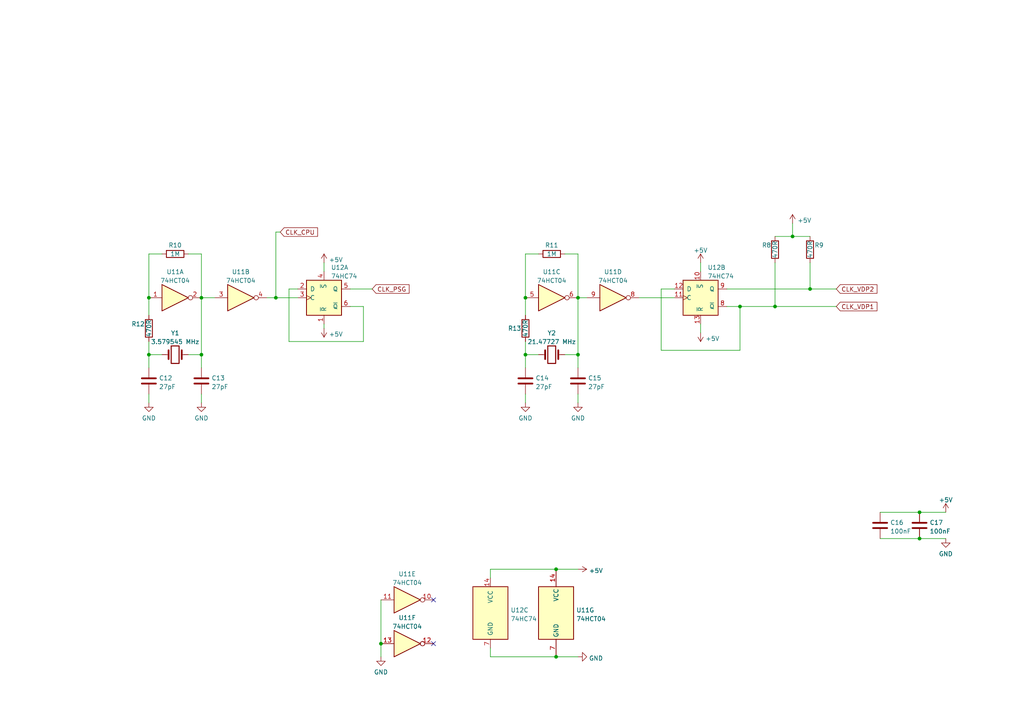
<source format=kicad_sch>
(kicad_sch (version 20250114) (generator "eeschema") (generator_version "9.0")
  (paper "A4")
  (title_block (title "JFF") (date "2025-07-16") (rev "1.1b-TMSHAT") (company "Skoti / herraa1") (comment 1 "Just for Fun - Computer"))
  (lib_symbols
    (symbol "74xx:74HC04"
      (property "Reference" "U" (at 0 1.27 0))
      (property "Value" "74HC04" (at 0 -1.27 0))
      (symbol "74HC04_1_0"
        (polyline (pts (xy -3.81 3.81) (xy -3.81 -3.81) (xy 3.81 0) (xy -3.81 3.81)) (stroke (width 0.254)) (fill (type background)))
        (pin input line (at -7.62 0 0) (length 3.81) (name "~") (number "1"))
        (pin output inverted (at 7.62 0 180) (length 3.81) (name "~") (number "2"))
      )
      (symbol "74HC04_2_0"
        (polyline (pts (xy -3.81 3.81) (xy -3.81 -3.81) (xy 3.81 0) (xy -3.81 3.81)) (stroke (width 0.254)) (fill (type background)))
        (pin input line (at -7.62 0 0) (length 3.81) (name "~") (number "3"))
        (pin output inverted (at 7.62 0 180) (length 3.81) (name "~") (number "4"))
      )
      (symbol "74HC04_3_0"
        (polyline (pts (xy -3.81 3.81) (xy -3.81 -3.81) (xy 3.81 0) (xy -3.81 3.81)) (stroke (width 0.254)) (fill (type background)))
        (pin input line (at -7.62 0 0) (length 3.81) (name "~") (number "5"))
        (pin output inverted (at 7.62 0 180) (length 3.81) (name "~") (number "6"))
      )
      (symbol "74HC04_4_0"
        (polyline (pts (xy -3.81 3.81) (xy -3.81 -3.81) (xy 3.81 0) (xy -3.81 3.81)) (stroke (width 0.254)) (fill (type background)))
        (pin input line (at -7.62 0 0) (length 3.81) (name "~") (number "9"))
        (pin output inverted (at 7.62 0 180) (length 3.81) (name "~") (number "8"))
      )
      (symbol "74HC04_5_0"
        (polyline (pts (xy -3.81 3.81) (xy -3.81 -3.81) (xy 3.81 0) (xy -3.81 3.81)) (stroke (width 0.254)) (fill (type background)))
        (pin input line (at -7.62 0 0) (length 3.81) (name "~") (number "11"))
        (pin output inverted (at 7.62 0 180) (length 3.81) (name "~") (number "10"))
      )
      (symbol "74HC04_6_0"
        (polyline (pts (xy -3.81 3.81) (xy -3.81 -3.81) (xy 3.81 0) (xy -3.81 3.81)) (stroke (width 0.254)) (fill (type background)))
        (pin input line (at -7.62 0 0) (length 3.81) (name "~") (number "13"))
        (pin output inverted (at 7.62 0 180) (length 3.81) (name "~") (number "12"))
      )
      (symbol "74HC04_7_0"
        (pin power_in line (at 0 12.7 270) (length 5.08) (name "VCC") (number "14"))
        (pin power_in line (at 0 -12.7 90) (length 5.08) (name "GND") (number "7"))
      )
      (symbol "74HC04_7_1"
        (rectangle (start -5.08 7.62) (end 5.08 -7.62) (stroke (width 0.254)) (fill (type background)))
      )
    )
    (symbol "74xx:74LS74" (pin_names (offset 1.016))
      (property "Reference" "U" (at -7.62 8.89 0))
      (property "Value" "74LS74" (at -7.62 -8.89 0))
      (symbol "74LS74_1_0"
        (pin input line (at -7.62 2.54 0) (length 2.54) (name "D") (number "2"))
        (pin input clock (at -7.62 0 0) (length 2.54) (name "C") (number "3"))
        (pin input line (at 0 7.62 270) (length 2.54) (name "~{S}") (number "4"))
        (pin input line (at 0 -7.62 90) (length 2.54) (name "~{R}") (number "1"))
        (pin output line (at 7.62 2.54 180) (length 2.54) (name "Q") (number "5"))
        (pin output line (at 7.62 -2.54 180) (length 2.54) (name "~{Q}") (number "6"))
      )
      (symbol "74LS74_1_1"
        (rectangle (start -5.08 5.08) (end 5.08 -5.08) (stroke (width 0.254)) (fill (type background)))
      )
      (symbol "74LS74_2_0"
        (pin input line (at -7.62 2.54 0) (length 2.54) (name "D") (number "12"))
        (pin input clock (at -7.62 0 0) (length 2.54) (name "C") (number "11"))
        (pin input line (at 0 7.62 270) (length 2.54) (name "~{S}") (number "10"))
        (pin input line (at 0 -7.62 90) (length 2.54) (name "~{R}") (number "13"))
        (pin output line (at 7.62 2.54 180) (length 2.54) (name "Q") (number "9"))
        (pin output line (at 7.62 -2.54 180) (length 2.54) (name "~{Q}") (number "8"))
      )
      (symbol "74LS74_2_1"
        (rectangle (start -5.08 5.08) (end 5.08 -5.08) (stroke (width 0.254)) (fill (type background)))
      )
      (symbol "74LS74_3_0"
        (pin power_in line (at 0 10.16 270) (length 2.54) (name "VCC") (number "14"))
        (pin power_in line (at 0 -10.16 90) (length 2.54) (name "GND") (number "7"))
      )
      (symbol "74LS74_3_1"
        (rectangle (start -5.08 7.62) (end 5.08 -7.62) (stroke (width 0.254)) (fill (type background)))
      )
    )
    (symbol "Device:C" (pin_numbers (hide yes)) (pin_names (offset 0.254))
      (property "Reference" "C" (at 0.635 2.54 0))
      (property "Value" "C" (at 0.635 -2.54 0))
      (symbol "C_0_1"
        (polyline (pts (xy -2.032 0.762) (xy 2.032 0.762)) (stroke (width 0.508)))
        (polyline (pts (xy -2.032 -0.762) (xy 2.032 -0.762)) (stroke (width 0.508)))
      )
      (symbol "C_1_1"
        (pin passive line (at 0 3.81 270) (length 2.794) (name "~") (number "1"))
        (pin passive line (at 0 -3.81 90) (length 2.794) (name "~") (number "2"))
      )
    )
    (symbol "Device:Crystal" (pin_numbers (hide yes)) (pin_names (offset 1.016) (hide yes))
      (property "Reference" "Y" (at 0 3.81 0))
      (property "Value" "Crystal" (at 0 -3.81 0))
      (symbol "Crystal_0_1"
        (polyline (pts (xy -2.54 0) (xy -1.905 0)))
        (polyline (pts (xy -1.905 -1.27) (xy -1.905 1.27)) (stroke (width 0.508)))
        (rectangle (start -1.143 2.54) (end 1.143 -2.54) (stroke (width 0.3048)))
        (polyline (pts (xy 1.905 -1.27) (xy 1.905 1.27)) (stroke (width 0.508)))
        (polyline (pts (xy 2.54 0) (xy 1.905 0)))
      )
      (symbol "Crystal_1_1"
        (pin passive line (at -3.81 0 0) (length 1.27) (name "1") (number "1"))
        (pin passive line (at 3.81 0 180) (length 1.27) (name "2") (number "2"))
      )
    )
    (symbol "Device:R" (pin_numbers (hide yes)) (pin_names (offset 0))
      (property "Reference" "R" (at 2.032 0 90))
      (property "Value" "R" (at 0 0 90))
      (symbol "R_0_1"
        (rectangle (start -1.016 -2.54) (end 1.016 2.54) (stroke (width 0.254)))
      )
      (symbol "R_1_1"
        (pin passive line (at 0 3.81 270) (length 1.27) (name "~") (number "1"))
        (pin passive line (at 0 -3.81 90) (length 1.27) (name "~") (number "2"))
      )
    )
    (symbol "power:+5V" (power) (pin_names (offset 0))
      (property "Value" "+5V" (at 0 3.556 0))
      (symbol "+5V_0_1"
        (polyline (pts (xy -0.762 1.27) (xy 0 2.54)))
        (polyline (pts (xy 0 2.54) (xy 0.762 1.27)))
        (polyline (pts (xy 0 0) (xy 0 2.54)))
      )
      (symbol "+5V_1_1"
        (pin power_in line (at 0 0 90) (length 0) (hide yes) (name "+5V") (number "1"))
      )
    )
    (symbol "power:GND" (power) (pin_names (offset 0))
      (property "Value" "GND" (at 0 -3.81 0))
      (symbol "GND_0_1"
        (polyline (pts (xy 0 0) (xy 0 -1.27) (xy 1.27 -1.27) (xy 0 -2.54) (xy -1.27 -1.27) (xy 0 -1.27)))
      )
      (symbol "GND_1_1"
        (pin power_in line (at 0 0 270) (length 0) (hide yes) (name "GND") (number "1"))
      )
    )
  )
  (junction (at 266.7 156.21))
  (junction (at 234.95 83.82))
  (junction (at 266.7 148.59))
  (junction (at 110.49 186.69))
  (junction (at 167.64 102.87))
  (junction (at 214.63 88.9))
  (junction (at 152.4 86.36))
  (junction (at 167.64 86.36))
  (junction (at 58.42 102.87))
  (junction (at 58.42 86.36))
  (junction (at 152.4 102.87))
  (junction (at 161.29 165.1))
  (junction (at 80.01 86.36))
  (junction (at 224.79 88.9))
  (junction (at 229.87 68.58))
  (junction (at 43.18 86.36))
  (junction (at 161.29 190.5))
  (junction (at 43.18 102.87))
  (no_connect (at 125.73 173.99))
  (no_connect (at 125.73 186.69))
  (wire (pts (xy 210.82 83.82) (xy 234.95 83.82)))
  (wire (pts (xy 229.87 68.58) (xy 234.95 68.58)))
  (wire (pts (xy 163.83 102.87) (xy 167.64 102.87)))
  (wire (pts (xy 93.98 93.98) (xy 93.98 95.25)))
  (wire (pts (xy 255.27 148.59) (xy 266.7 148.59)))
  (wire (pts (xy 203.2 93.98) (xy 203.2 96.52)))
  (wire (pts (xy 161.29 165.1) (xy 167.64 165.1)))
  (wire (pts (xy 161.29 190.5) (xy 167.64 190.5)))
  (wire (pts (xy 152.4 73.66) (xy 152.4 86.36)))
  (wire (pts (xy 105.41 88.9) (xy 101.6 88.9)))
  (wire (pts (xy 142.24 190.5) (xy 161.29 190.5)))
  (wire (pts (xy 185.42 86.36) (xy 195.58 86.36)))
  (wire (pts (xy 224.79 76.2) (xy 224.79 88.9)))
  (wire (pts (xy 224.79 68.58) (xy 229.87 68.58)))
  (wire (pts (xy 58.42 86.36) (xy 58.42 102.87)))
  (wire (pts (xy 93.98 76.2) (xy 93.98 78.74)))
  (wire (pts (xy 191.77 83.82) (xy 191.77 101.6)))
  (wire (pts (xy 77.47 86.36) (xy 80.01 86.36)))
  (wire (pts (xy 214.63 88.9) (xy 210.82 88.9)))
  (wire (pts (xy 105.41 99.06) (xy 105.41 88.9)))
  (wire (pts (xy 43.18 102.87) (xy 43.18 106.68)))
  (wire (pts (xy 58.42 114.3) (xy 58.42 116.84)))
  (wire (pts (xy 163.83 73.66) (xy 167.64 73.66)))
  (wire (pts (xy 43.18 99.06) (xy 43.18 102.87)))
  (wire (pts (xy 54.61 73.66) (xy 58.42 73.66)))
  (wire (pts (xy 58.42 102.87) (xy 58.42 106.68)))
  (wire (pts (xy 43.18 114.3) (xy 43.18 116.84)))
  (wire (pts (xy 43.18 86.36) (xy 43.18 91.44)))
  (wire (pts (xy 80.01 86.36) (xy 86.36 86.36)))
  (wire (pts (xy 110.49 173.99) (xy 110.49 186.69)))
  (wire (pts (xy 229.87 64.77) (xy 229.87 68.58)))
  (wire (pts (xy 214.63 101.6) (xy 214.63 88.9)))
  (wire (pts (xy 83.82 83.82) (xy 83.82 99.06)))
  (wire (pts (xy 80.01 67.31) (xy 80.01 86.36)))
  (wire (pts (xy 152.4 102.87) (xy 152.4 106.68)))
  (wire (pts (xy 224.79 88.9) (xy 242.57 88.9)))
  (wire (pts (xy 86.36 83.82) (xy 83.82 83.82)))
  (wire (pts (xy 167.64 102.87) (xy 167.64 106.68)))
  (wire (pts (xy 195.58 83.82) (xy 191.77 83.82)))
  (wire (pts (xy 142.24 187.96) (xy 142.24 190.5)))
  (wire (pts (xy 152.4 99.06) (xy 152.4 102.87)))
  (wire (pts (xy 234.95 83.82) (xy 242.57 83.82)))
  (wire (pts (xy 167.64 86.36) (xy 170.18 86.36)))
  (wire (pts (xy 142.24 167.64) (xy 142.24 165.1)))
  (wire (pts (xy 101.6 83.82) (xy 107.95 83.82)))
  (wire (pts (xy 255.27 156.21) (xy 266.7 156.21)))
  (wire (pts (xy 152.4 86.36) (xy 152.4 91.44)))
  (wire (pts (xy 81.28 67.31) (xy 80.01 67.31)))
  (wire (pts (xy 46.99 73.66) (xy 43.18 73.66)))
  (wire (pts (xy 214.63 88.9) (xy 224.79 88.9)))
  (wire (pts (xy 266.7 148.59) (xy 274.32 148.59)))
  (wire (pts (xy 54.61 102.87) (xy 58.42 102.87)))
  (wire (pts (xy 266.7 156.21) (xy 274.32 156.21)))
  (wire (pts (xy 142.24 165.1) (xy 161.29 165.1)))
  (wire (pts (xy 58.42 86.36) (xy 62.23 86.36)))
  (wire (pts (xy 152.4 73.66) (xy 156.21 73.66)))
  (wire (pts (xy 58.42 73.66) (xy 58.42 86.36)))
  (wire (pts (xy 152.4 102.87) (xy 156.21 102.87)))
  (wire (pts (xy 110.49 186.69) (xy 110.49 190.5)))
  (wire (pts (xy 167.64 73.66) (xy 167.64 86.36)))
  (wire (pts (xy 234.95 76.2) (xy 234.95 83.82)))
  (wire (pts (xy 203.2 76.2) (xy 203.2 78.74)))
  (wire (pts (xy 43.18 102.87) (xy 46.99 102.87)))
  (wire (pts (xy 167.64 86.36) (xy 167.64 102.87)))
  (wire (pts (xy 167.64 114.3) (xy 167.64 116.84)))
  (wire (pts (xy 191.77 101.6) (xy 214.63 101.6)))
  (wire (pts (xy 83.82 99.06) (xy 105.41 99.06)))
  (wire (pts (xy 152.4 114.3) (xy 152.4 116.84)))
  (wire (pts (xy 43.18 73.66) (xy 43.18 86.36)))
  (global_label "CLK_CPU" (shape input) (at 81.28 67.31 0) (property "Intersheetrefs" "${INTERSHEET_REFS}" (effects (hide yes))))
  (global_label "CLK_VDP2" (shape input) (at 242.57 83.82 0) (property "Intersheetrefs" "${INTERSHEET_REFS}" (effects (hide yes))))
  (global_label "CLK_VDP1" (shape input) (at 242.57 88.9 0) (property "Intersheetrefs" "${INTERSHEET_REFS}" (effects (hide yes))))
  (global_label "CLK_PSG" (shape input) (at 107.95 83.82 0) (property "Intersheetrefs" "${INTERSHEET_REFS}" (effects (hide yes))))
  (symbol (lib_id "74xx:74LS74") (at 203.2 86.36 0) (unit 2)
    (property "Reference" "U12" (at 205.2194 77.5802 0) (effects (justify left)))
    (property "Value" "74HC74" (at 205.2194 80.1171 0) (effects (justify left)))
    (property "Footprint" "Package_DIP:DIP-14_W7.62mm_Socket" (effects (hide yes)))
    (property "Datasheet" "74xx/74hc_hct74.pdf" (effects (hide yes)))
  )
  (symbol (lib_id "power:GND") (at 58.42 116.84 0) (unit 1)
    (property "Reference" "#PWR0104" (effects (hide yes)))
    (property "Value" "GND" (at 58.42 121.2834 0))
  )
  (symbol (lib_id "power:GND") (at 274.32 156.21 0) (unit 1)
    (property "Reference" "#PWR0204" (effects (hide yes)))
    (property "Value" "GND" (at 274.32 160.6534 0))
  )
  (symbol (lib_id "74xx:74HC04") (at 50.8 86.36 0) (unit 1)
    (property "Reference" "U11" (at 50.8 78.8502 0))
    (property "Value" "74HCT04" (at 50.8 81.3871 0))
    (property "Footprint" "Package_DIP:DIP-14_W7.62mm_Socket" (effects (hide yes)))
    (property "Datasheet" "https://assets.nexperia.com/documents/data-sheet/74HC_HCT04.pdf" (effects (hide yes)))
  )
  (symbol (lib_id "74xx:74HC04") (at 160.02 86.36 0) (unit 3)
    (property "Reference" "U11" (at 160.02 78.8502 0))
    (property "Value" "74HCT04" (at 160.02 81.3871 0))
    (property "Footprint" "Package_DIP:DIP-14_W7.62mm_Socket" (effects (hide yes)))
    (property "Datasheet" "https://assets.nexperia.com/documents/data-sheet/74HC_HCT04.pdf" (effects (hide yes)))
  )
  (symbol (lib_id "74xx:74HC04") (at 161.29 177.8 0) (unit 7)
    (property "Reference" "U11" (at 167.132 176.9653 0) (effects (justify left)))
    (property "Value" "74HCT04" (at 167.132 179.5022 0) (effects (justify left)))
    (property "Footprint" "Package_DIP:DIP-14_W7.62mm_Socket" (effects (hide yes)))
    (property "Datasheet" "https://assets.nexperia.com/documents/data-sheet/74HC_HCT04.pdf" (effects (hide yes)))
  )
  (symbol (lib_id "power:GND") (at 167.64 116.84 0) (unit 1)
    (property "Reference" "#PWR0105" (effects (hide yes)))
    (property "Value" "GND" (at 167.64 121.2834 0))
  )
  (symbol (lib_id "Device:C") (at 58.42 110.49 0) (unit 1)
    (property "Reference" "C13" (at 61.341 109.6553 0) (effects (justify left)))
    (property "Value" "27pF" (at 61.341 112.1922 0) (effects (justify left)))
    (property "Footprint" "Capacitor_THT:C_Disc_D3.0mm_W2.0mm_P2.50mm" (effects (hide yes)))
  )
  (symbol (lib_id "power:+5V") (at 229.87 64.77 0) (unit 1)
    (property "Reference" "#PWR0112" (effects (hide yes)))
    (property "Value" "+5V" (at 231.267 63.9338 0) (effects (justify left)))
  )
  (symbol (lib_id "74xx:74HC04") (at 118.11 186.69 0) (unit 6)
    (property "Reference" "U11" (at 118.11 179.1802 0))
    (property "Value" "74HCT04" (at 118.11 181.7171 0))
    (property "Footprint" "Package_DIP:DIP-14_W7.62mm_Socket" (effects (hide yes)))
    (property "Datasheet" "https://assets.nexperia.com/documents/data-sheet/74HC_HCT04.pdf" (effects (hide yes)))
  )
  (symbol (lib_id "Device:Crystal") (at 160.02 102.87 0) (unit 1)
    (property "Reference" "Y2" (at 160.02 96.6048 0))
    (property "Value" "21.47727 MHz" (at 160.02 99.1417 0))
    (property "Footprint" "Crystal:Crystal_HC49-U_Vertical" (effects (hide yes)))
  )
  (symbol (lib_id "74xx:74LS74") (at 142.24 177.8 0) (unit 3)
    (property "Reference" "U12" (at 148.082 176.9653 0) (effects (justify left)))
    (property "Value" "74HC74" (at 148.082 179.5022 0) (effects (justify left)))
    (property "Footprint" "Package_DIP:DIP-14_W7.62mm_Socket" (effects (hide yes)))
    (property "Datasheet" "74xx/74hc_hct74.pdf" (effects (hide yes)))
  )
  (symbol (lib_id "Device:R") (at 160.02 73.66 90) (unit 1)
    (property "Reference" "R11" (at 160.02 71.12 90))
    (property "Value" "1M" (at 160.02 73.66 90))
    (property "Footprint" "Resistor_THT:R_Axial_DIN0204_L3.6mm_D1.6mm_P7.62mm_Horizontal" (effects (hide yes)))
  )
  (symbol (lib_id "Device:R") (at 234.95 72.39 180) (unit 1)
    (property "Reference" "R9" (at 236.22 71.12 0) (effects (justify right)))
    (property "Value" "470R" (at 234.95 74.93 90) (effects (justify right)))
    (property "Footprint" "Resistor_THT:R_Axial_DIN0204_L3.6mm_D1.6mm_P7.62mm_Horizontal" (effects (hide yes)))
  )
  (symbol (lib_id "Device:Crystal") (at 50.8 102.87 0) (unit 1)
    (property "Reference" "Y1" (at 50.8 96.6048 0))
    (property "Value" "3.579545 MHz" (at 50.8 99.1417 0))
    (property "Footprint" "Crystal:Crystal_HC49-U_Vertical" (effects (hide yes)))
  )
  (symbol (lib_id "Device:C") (at 167.64 110.49 0) (unit 1)
    (property "Reference" "C15" (at 170.561 109.6553 0) (effects (justify left)))
    (property "Value" "27pF" (at 170.561 112.1922 0) (effects (justify left)))
    (property "Footprint" "Capacitor_THT:C_Disc_D3.0mm_W2.0mm_P2.50mm" (effects (hide yes)))
  )
  (symbol (lib_id "74xx:74HC04") (at 69.85 86.36 0) (unit 2)
    (property "Reference" "U11" (at 69.85 78.8502 0))
    (property "Value" "74HCT04" (at 69.85 81.3871 0))
    (property "Footprint" "Package_DIP:DIP-14_W7.62mm_Socket" (effects (hide yes)))
    (property "Datasheet" "https://assets.nexperia.com/documents/data-sheet/74HC_HCT04.pdf" (effects (hide yes)))
  )
  (symbol (lib_id "Device:R") (at 152.4 95.25 180) (unit 1)
    (property "Reference" "R13" (at 147.32 95.25 0) (effects (justify right)))
    (property "Value" "470R" (at 152.4 97.79 90) (effects (justify right)))
    (property "Footprint" "Resistor_THT:R_Axial_DIN0204_L3.6mm_D1.6mm_P7.62mm_Horizontal" (effects (hide yes)))
  )
  (symbol (lib_id "power:GND") (at 152.4 116.84 0) (unit 1)
    (property "Reference" "#PWR0106" (effects (hide yes)))
    (property "Value" "GND" (at 152.4 121.2834 0))
  )
  (symbol (lib_id "power:+5V") (at 167.64 165.1 270) (unit 1)
    (property "Reference" "#PWR0109" (effects (hide yes)))
    (property "Value" "+5V" (at 170.815 165.5338 90) (effects (justify left)))
  )
  (symbol (lib_id "Device:C") (at 43.18 110.49 0) (unit 1)
    (property "Reference" "C12" (at 46.101 109.6553 0) (effects (justify left)))
    (property "Value" "27pF" (at 46.101 112.1922 0) (effects (justify left)))
    (property "Footprint" "Capacitor_THT:C_Disc_D3.0mm_W2.0mm_P2.50mm" (effects (hide yes)))
  )
  (symbol (lib_id "power:+5V") (at 93.98 95.25 180) (unit 1)
    (property "Reference" "#PWR0101" (effects (hide yes)))
    (property "Value" "+5V" (at 95.377 96.9538 0) (effects (justify right)))
  )
  (symbol (lib_id "power:+5V") (at 274.32 148.59 0) (unit 1)
    (property "Reference" "#PWR0205" (effects (hide yes)))
    (property "Value" "+5V" (at 274.32 145.0142 0))
  )
  (symbol (lib_id "Device:C") (at 152.4 110.49 0) (unit 1)
    (property "Reference" "C14" (at 155.321 109.6553 0) (effects (justify left)))
    (property "Value" "27pF" (at 155.321 112.1922 0) (effects (justify left)))
    (property "Footprint" "Capacitor_THT:C_Disc_D3.0mm_W2.0mm_P2.50mm" (effects (hide yes)))
  )
  (symbol (lib_id "power:+5V") (at 203.2 76.2 0) (unit 1)
    (property "Reference" "#PWR0111" (effects (hide yes)))
    (property "Value" "+5V" (at 203.2 72.6242 0))
  )
  (symbol (lib_id "power:GND") (at 43.18 116.84 0) (unit 1)
    (property "Reference" "#PWR0103" (effects (hide yes)))
    (property "Value" "GND" (at 43.18 121.2834 0))
  )
  (symbol (lib_id "74xx:74HC04") (at 177.8 86.36 0) (unit 4)
    (property "Reference" "U11" (at 177.8 78.8502 0))
    (property "Value" "74HCT04" (at 177.8 81.3871 0))
    (property "Footprint" "Package_DIP:DIP-14_W7.62mm_Socket" (effects (hide yes)))
    (property "Datasheet" "https://assets.nexperia.com/documents/data-sheet/74HC_HCT04.pdf" (effects (hide yes)))
  )
  (symbol (lib_id "Device:C") (at 255.27 152.4 0) (unit 1)
    (property "Reference" "C16" (at 258.191 151.5653 0) (effects (justify left)))
    (property "Value" "100nF" (at 258.191 154.1022 0) (effects (justify left)))
    (property "Footprint" "Capacitor_THT:C_Disc_D3.0mm_W2.0mm_P2.50mm" (effects (hide yes)))
  )
  (symbol (lib_id "74xx:74HC04") (at 118.11 173.99 0) (unit 5)
    (property "Reference" "U11" (at 118.11 166.4802 0))
    (property "Value" "74HCT04" (at 118.11 169.0171 0))
    (property "Footprint" "Package_DIP:DIP-14_W7.62mm_Socket" (effects (hide yes)))
    (property "Datasheet" "https://assets.nexperia.com/documents/data-sheet/74HC_HCT04.pdf" (effects (hide yes)))
  )
  (symbol (lib_id "Device:R") (at 43.18 95.25 180) (unit 1)
    (property "Reference" "R12" (at 38.1 93.98 0) (effects (justify right)))
    (property "Value" "470R" (at 43.18 97.79 90) (effects (justify right)))
    (property "Footprint" "Resistor_THT:R_Axial_DIN0204_L3.6mm_D1.6mm_P7.62mm_Horizontal" (effects (hide yes)))
  )
  (symbol (lib_id "74xx:74LS74") (at 93.98 86.36 0) (unit 1)
    (property "Reference" "U12" (at 95.9994 77.5802 0) (effects (justify left)))
    (property "Value" "74HC74" (at 95.9994 80.1171 0) (effects (justify left)))
    (property "Footprint" "Package_DIP:DIP-14_W7.62mm_Socket" (effects (hide yes)))
    (property "Datasheet" "74xx/74hc_hct74.pdf" (effects (hide yes)))
  )
  (symbol (lib_id "Device:R") (at 224.79 72.39 180) (unit 1)
    (property "Reference" "R8" (at 220.98 71.12 0) (effects (justify right)))
    (property "Value" "470R" (at 224.79 74.93 90) (effects (justify right)))
    (property "Footprint" "Resistor_THT:R_Axial_DIN0204_L3.6mm_D1.6mm_P7.62mm_Horizontal" (effects (hide yes)))
  )
  (symbol (lib_id "power:+5V") (at 203.2 96.52 180) (unit 1)
    (property "Reference" "#PWR0107" (effects (hide yes)))
    (property "Value" "+5V" (at 204.597 98.2238 0) (effects (justify right)))
  )
  (symbol (lib_id "power:GND") (at 167.64 190.5 90) (unit 1)
    (property "Reference" "#PWR0108" (effects (hide yes)))
    (property "Value" "GND" (at 170.815 190.9338 90) (effects (justify right)))
  )
  (symbol (lib_id "Device:R") (at 50.8 73.66 90) (unit 1)
    (property "Reference" "R10" (at 50.8 71.12 90))
    (property "Value" "1M" (at 50.8 73.66 90))
    (property "Footprint" "Resistor_THT:R_Axial_DIN0204_L3.6mm_D1.6mm_P7.62mm_Horizontal" (effects (hide yes)))
  )
  (symbol (lib_id "power:+5V") (at 93.98 76.2 0) (unit 1)
    (property "Reference" "#PWR0102" (effects (hide yes)))
    (property "Value" "+5V" (at 95.377 75.3638 0) (effects (justify left)))
  )
  (symbol (lib_id "Device:C") (at 266.7 152.4 0) (unit 1)
    (property "Reference" "C17" (at 269.621 151.5653 0) (effects (justify left)))
    (property "Value" "100nF" (at 269.621 154.1022 0) (effects (justify left)))
    (property "Footprint" "Capacitor_THT:C_Disc_D3.0mm_W2.0mm_P2.50mm" (effects (hide yes)))
  )
  (symbol (lib_id "power:GND") (at 110.49 190.5 0) (unit 1)
    (property "Reference" "#PWR0110" (effects (hide yes)))
    (property "Value" "GND" (at 110.49 194.9434 0))
  )
)
</source>
